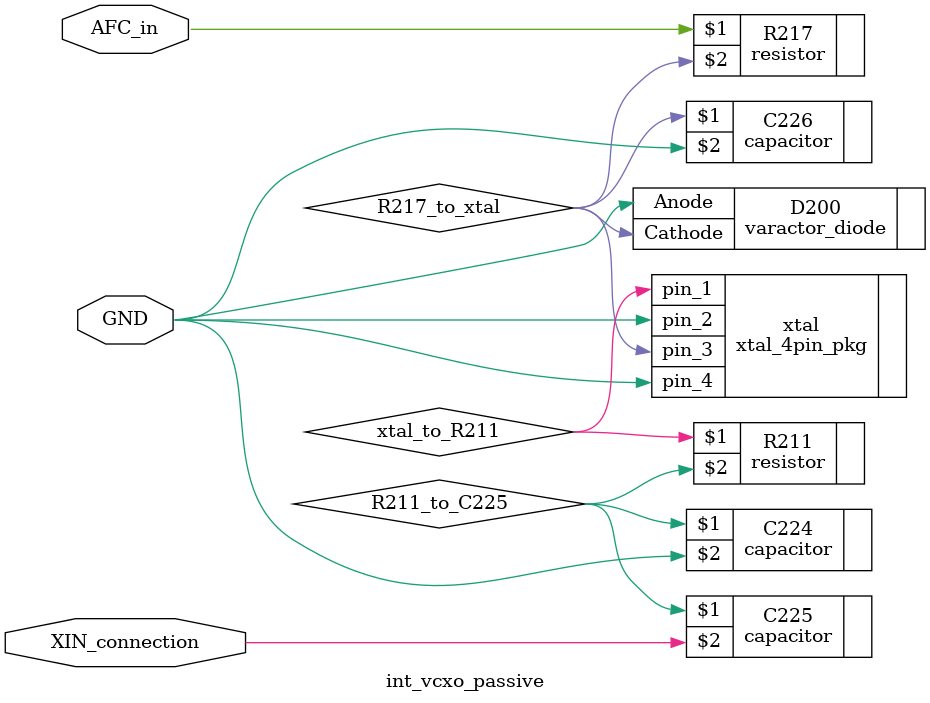
<source format=v>
/*
 * This module captures the mysterious all-passive circuit between Iota's
 * AFC output and Rita's XIN input as depicted on the Leonardo schematics.
 * This circuit defies understanding, but it appears in Openmoko's GSM
 * modem (unchanged from Leonardo) and that modem works, hence we deem
 * this voodoo circuit to be suitable for mindless copying w/o understanding...
 *
 * Note that C205 is not included here, as it's already been included
 * in the abb_block wrapper instead.
 */

module int_vcxo_passive (AFC_in, XIN_connection, GND);

input AFC_in, GND;
inout XIN_connection;

wire R217_to_xtal, xtal_to_R211, R211_to_C225;

resistor R217 (AFC_in, R217_to_xtal);
varactor_diode D200 (.Cathode(R217_to_xtal), .Anode(GND));
capacitor C226 (R217_to_xtal, GND);
xtal_4pin_pkg xtal (.pin_1(xtal_to_R211), .pin_2(GND),
		    .pin_3(R217_to_xtal), .pin_4(GND));
resistor R211 (xtal_to_R211, R211_to_C225);
capacitor C224 (R211_to_C225, GND);
capacitor C225 (R211_to_C225, XIN_connection);

endmodule

</source>
